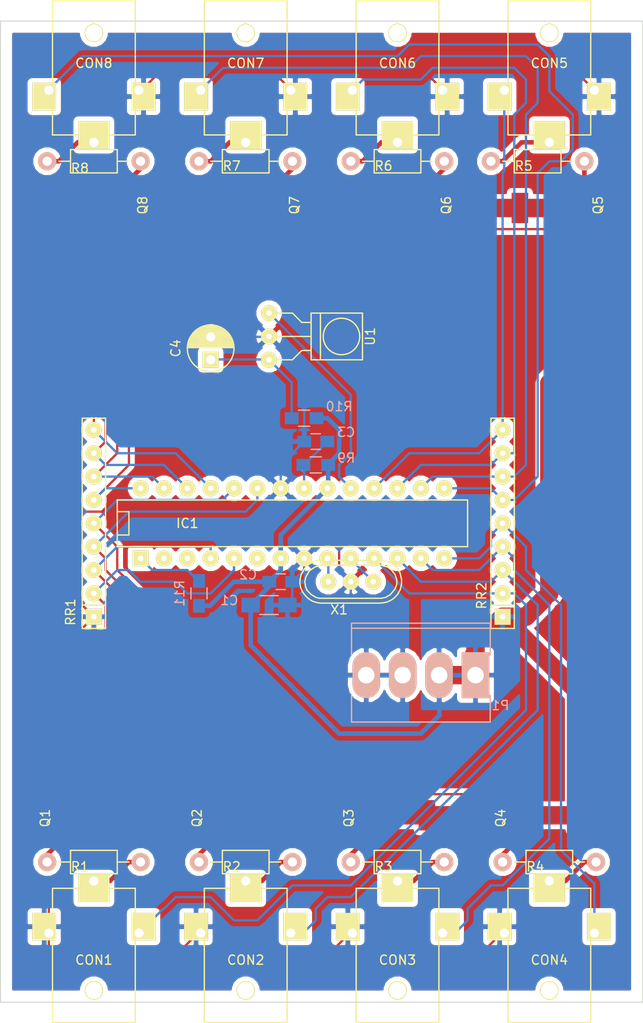
<source format=kicad_pcb>
(kicad_pcb (version 4) (host pcbnew 4.0.7-e2-6376~58~ubuntu14.04.1)
  (layers (0 F.Cu signal) (31 B.Cu signal) (34 B.Paste user) (35 F.Paste user) (36 B.SilkS user) (37 F.SilkS user) (38 B.Mask user) (39 F.Mask user) (44 Edge.Cuts user))
  (net 0 "")
  (net 1 +5V)
  (net 2 GND)
  (net 3 "Net-(C3-Pad1)")
  (net 4 "Net-(C4-Pad1)")
  (net 5 "Net-(CON1-Pad1)")
  (net 6 /In1)
  (net 7 "Net-(CON2-Pad1)")
  (net 8 /In2)
  (net 9 "Net-(CON3-Pad1)")
  (net 10 /In3)
  (net 11 "Net-(CON4-Pad1)")
  (net 12 /In4)
  (net 13 "Net-(CON5-Pad1)")
  (net 14 /In5)
  (net 15 "Net-(CON6-Pad1)")
  (net 16 /In6)
  (net 17 "Net-(CON7-Pad1)")
  (net 18 /In7)
  (net 19 "Net-(CON8-Pad1)")
  (net 20 /In8)
  (net 21 /Out1)
  (net 22 /Out2)
  (net 23 /Out3)
  (net 24 /Out4)
  (net 25 "Net-(IC1-Pad6)")
  (net 26 "Net-(IC1-Pad9)")
  (net 27 "Net-(IC1-Pad10)")
  (net 28 /Out5)
  (net 29 /Out6)
  (net 30 /Out7)
  (net 31 /Out8)
  (net 32 "Net-(IC1-Pad19)")
  (net 33 "Net-(IC1-Pad2)")
  (net 34 "Net-(IC1-Pad3)")
  (net 35 "Net-(Q1-PadE)")
  (net 36 "Net-(Q2-PadE)")
  (net 37 "Net-(Q3-PadE)")
  (net 38 "Net-(Q4-PadE)")
  (net 39 "Net-(Q5-PadE)")
  (net 40 "Net-(Q6-PadE)")
  (net 41 "Net-(Q7-PadE)")
  (net 42 "Net-(Q8-PadE)")
  (net 43 "Net-(IC1-Pad1)")
  (module Capacitors_SMD:C_1206_HandSoldering (layer B.Cu) (at 92.71 104.14)
    (fp_text reference C1 (at -4.318 -0.508) (layer B.SilkS) (effects (justify mirror)))
    (fp_text value 100U)
    (pad 1 smd rect (at -2 0) (size 2 1.6) (layers B.Cu B.Paste B.Mask) (net 1 +5V))
    (pad 2 smd rect (at 2 0) (size 2 1.6) (layers B.Cu B.Paste B.Mask) (net 2 GND))
  )
  (module Capacitors_SMD:C_0805_HandSoldering (layer B.Cu) (at 93.98 101.6)
    (fp_text reference C2 (at -3.556 -0.762) (layer B.SilkS) (effects (justify mirror)))
    (fp_text value 10U)
    (pad 1 smd rect (at -1.25 0) (size 1.5 1.25) (layers B.Cu B.Paste B.Mask) (net 1 +5V))
    (pad 2 smd rect (at 1.25 0) (size 1.5 1.25) (layers B.Cu B.Paste B.Mask) (net 2 GND))
  )
  (module Capacitors_SMD:C_0805_HandSoldering (layer B.Cu) (at 97.79 86.36 180)
    (fp_text reference C3 (at -3.302 1.016 180) (layer B.SilkS) (effects (justify mirror)))
    (fp_text value 100n)
    (pad 1 smd rect (at -1.25 0 180) (size 1.5 1.25) (layers B.Cu B.Paste B.Mask) (net 3 "Net-(C3-Pad1)"))
    (pad 2 smd rect (at 1.25 0 180) (size 1.5 1.25) (layers B.Cu B.Paste B.Mask) (net 2 GND))
  )
  (module Resistors_SMD:R_0805_HandSoldering (layer B.Cu) (at 97.79 88.9)
    (fp_text reference R9 (at 3.302 -0.762) (layer B.SilkS) (effects (justify mirror)))
    (fp_text value 0)
    (pad 1 smd rect (at -1.35 0) (size 1.5 1.3) (layers B.Cu B.Paste B.Mask) (net 3 "Net-(C3-Pad1)"))
    (pad 2 smd rect (at 1.35 0) (size 1.5 1.3) (layers B.Cu B.Paste B.Mask) (net 1 +5V))
  )
  (module Resistors_SMD:R_0805_HandSoldering (layer B.Cu) (at 96.52 83.82 180)
    (fp_text reference R10 (at -3.81 1.27 180) (layer B.SilkS) (effects (justify mirror)))
    (fp_text value 100)
    (pad 1 smd rect (at -1.35 0 180) (size 1.5 1.3) (layers B.Cu B.Paste B.Mask) (net 1 +5V))
    (pad 2 smd rect (at 1.35 0 180) (size 1.5 1.3) (layers B.Cu B.Paste B.Mask) (net 4 "Net-(C4-Pad1)"))
  )
  (module smd_parts:Resistor_Array_SIP8 (layer F.Cu) (at 73.66 95.25 90)
    (fp_text reference RR1 (at -9.652 -2.54 90) (layer F.SilkS))
    (fp_text value PD_RR8_10k)
    (pad 1 thru_hole rect (at -10.16 0 90) (size 1.75 1.75) (drill 0.6) (layers *.Cu *.Mask F.SilkS) (net 2 GND))
    (pad 2 thru_hole circle (at -7.62 0 90) (size 1.75 1.75) (drill 0.6) (layers *.Cu *.Mask F.SilkS) (net 21 /Out1))
    (pad 3 thru_hole circle (at -5.08 0 90) (size 1.75 1.75) (drill 0.6) (layers *.Cu *.Mask F.SilkS) (net 22 /Out2))
    (pad 4 thru_hole circle (at -2.54 0 90) (size 1.75 1.75) (drill 0.6) (layers *.Cu *.Mask F.SilkS) (net 23 /Out3))
    (pad 5 thru_hole circle (at 0 0 90) (size 1.75 1.75) (drill 0.6) (layers *.Cu *.Mask F.SilkS) (net 24 /Out4))
    (pad 6 thru_hole circle (at 2.54 0 90) (size 1.75 1.75) (drill 0.6) (layers *.Cu *.Mask F.SilkS) (net 28 /Out5))
    (pad 7 thru_hole circle (at 5.08 0 90) (size 1.75 1.75) (drill 0.6) (layers *.Cu *.Mask F.SilkS) (net 29 /Out6))
    (pad 8 thru_hole circle (at 7.62 0 90) (size 1.75 1.75) (drill 0.6) (layers *.Cu *.Mask F.SilkS) (net 30 /Out7))
    (pad 9 thru_hole circle (at 10.16 0 90) (size 1.75 1.75) (drill 0.6) (layers *.Cu *.Mask F.SilkS) (net 31 /Out8))
  )
  (module smd_parts:Resistor_Array_SIP8 (layer F.Cu) (at 118.11 95.25 90)
    (fp_text reference RR2 (at -7.874 -2.286 90) (layer F.SilkS))
    (fp_text value PU_RR8_10k)
    (pad 1 thru_hole rect (at -10.16 0 90) (size 1.75 1.75) (drill 0.6) (layers *.Cu *.Mask F.SilkS) (net 1 +5V))
    (pad 2 thru_hole circle (at -7.62 0 90) (size 1.75 1.75) (drill 0.6) (layers *.Cu *.Mask F.SilkS) (net 6 /In1))
    (pad 3 thru_hole circle (at -5.08 0 90) (size 1.75 1.75) (drill 0.6) (layers *.Cu *.Mask F.SilkS) (net 8 /In2))
    (pad 4 thru_hole circle (at -2.54 0 90) (size 1.75 1.75) (drill 0.6) (layers *.Cu *.Mask F.SilkS) (net 10 /In3))
    (pad 5 thru_hole circle (at 0 0 90) (size 1.75 1.75) (drill 0.6) (layers *.Cu *.Mask F.SilkS) (net 12 /In4))
    (pad 6 thru_hole circle (at 2.54 0 90) (size 1.75 1.75) (drill 0.6) (layers *.Cu *.Mask F.SilkS) (net 20 /In8))
    (pad 7 thru_hole circle (at 5.08 0 90) (size 1.75 1.75) (drill 0.6) (layers *.Cu *.Mask F.SilkS) (net 18 /In7))
    (pad 8 thru_hole circle (at 7.62 0 90) (size 1.75 1.75) (drill 0.6) (layers *.Cu *.Mask F.SilkS) (net 16 /In6))
    (pad 9 thru_hole circle (at 10.16 0 90) (size 1.75 1.75) (drill 0.6) (layers *.Cu *.Mask F.SilkS) (net 14 /In5))
  )
  (module smd_parts:Crystal_Vertical_3Pin (layer F.Cu) (at 101.6 101.6 180)
    (fp_text reference X1 (at 1.27 -3.048 180) (layer F.SilkS))
    (fp_text value CRYSTAL_WITH_CAPS)
    (pad 1 thru_hole circle (at -2.44094 0 180) (size 1.75 1.75) (drill 0.6) (layers *.Cu *.Mask F.SilkS) (net 27 "Net-(IC1-Pad10)"))
    (pad 3 thru_hole circle (at 2.44094 0 180) (size 1.75 1.75) (drill 0.6) (layers *.Cu *.Mask F.SilkS) (net 26 "Net-(IC1-Pad9)"))
    (pad 2 thru_hole circle (at 0 0 180) (size 1.75 1.75) (drill 0.6) (layers *.Cu *.Mask F.SilkS) (net 2 GND))
  )
  (module smd_parts:DIP-28__300 (layer F.Cu) (at 95.25 95.25)
    (fp_text reference IC1 (at -11.43 0) (layer F.SilkS))
    (fp_text value ATMEGA328P-P)
    (pad 2 thru_hole circle (at -13.97 3.81) (size 1.75 1.75) (drill 0.6) (layers *.Cu *.Mask F.SilkS) (net 33 "Net-(IC1-Pad2)"))
    (pad 3 thru_hole circle (at -11.43 3.81) (size 1.75 1.75) (drill 0.6) (layers *.Cu *.Mask F.SilkS) (net 34 "Net-(IC1-Pad3)"))
    (pad 4 thru_hole circle (at -8.89 3.81) (size 1.75 1.75) (drill 0.6) (layers *.Cu *.Mask F.SilkS) (net 22 /Out2))
    (pad 5 thru_hole circle (at -6.35 3.81) (size 1.75 1.75) (drill 0.6) (layers *.Cu *.Mask F.SilkS) (net 21 /Out1))
    (pad 6 thru_hole circle (at -3.81 3.81) (size 1.75 1.75) (drill 0.6) (layers *.Cu *.Mask F.SilkS) (net 25 "Net-(IC1-Pad6)"))
    (pad 7 thru_hole circle (at -1.27 3.81) (size 1.75 1.75) (drill 0.6) (layers *.Cu *.Mask F.SilkS) (net 1 +5V))
    (pad 8 thru_hole circle (at 1.27 3.81) (size 1.75 1.75) (drill 0.6) (layers *.Cu *.Mask F.SilkS) (net 2 GND))
    (pad 9 thru_hole circle (at 3.81 3.81) (size 1.75 1.75) (drill 0.6) (layers *.Cu *.Mask F.SilkS) (net 26 "Net-(IC1-Pad9)"))
    (pad 10 thru_hole circle (at 6.35 3.81) (size 1.75 1.75) (drill 0.6) (layers *.Cu *.Mask F.SilkS) (net 27 "Net-(IC1-Pad10)"))
    (pad 11 thru_hole circle (at 8.89 3.81) (size 1.75 1.75) (drill 0.6) (layers *.Cu *.Mask F.SilkS) (net 6 /In1))
    (pad 12 thru_hole circle (at 11.43 3.81) (size 1.75 1.75) (drill 0.6) (layers *.Cu *.Mask F.SilkS) (net 8 /In2))
    (pad 13 thru_hole circle (at 13.97 3.81) (size 1.75 1.75) (drill 0.6) (layers *.Cu *.Mask F.SilkS) (net 10 /In3))
    (pad 14 thru_hole circle (at 16.51 3.81) (size 1.75 1.75) (drill 0.6) (layers *.Cu *.Mask F.SilkS) (net 12 /In4))
    (pad 1 thru_hole rect (at -16.51 3.81) (size 1.75 1.75) (drill 0.6) (layers *.Cu *.Mask F.SilkS) (net 43 "Net-(IC1-Pad1)"))
    (pad 15 thru_hole circle (at 16.51 -3.81) (size 1.75 1.75) (drill 0.6) (layers *.Cu *.Mask F.SilkS) (net 20 /In8))
    (pad 16 thru_hole circle (at 13.97 -3.81) (size 1.75 1.75) (drill 0.6) (layers *.Cu *.Mask F.SilkS) (net 18 /In7))
    (pad 17 thru_hole circle (at 11.43 -3.81) (size 1.75 1.75) (drill 0.6) (layers *.Cu *.Mask F.SilkS) (net 16 /In6))
    (pad 18 thru_hole circle (at 8.89 -3.81) (size 1.75 1.75) (drill 0.6) (layers *.Cu *.Mask F.SilkS) (net 14 /In5))
    (pad 19 thru_hole circle (at 6.35 -3.81) (size 1.75 1.75) (drill 0.6) (layers *.Cu *.Mask F.SilkS) (net 32 "Net-(IC1-Pad19)"))
    (pad 20 thru_hole circle (at 3.81 -3.81) (size 1.75 1.75) (drill 0.6) (layers *.Cu *.Mask F.SilkS) (net 1 +5V))
    (pad 21 thru_hole circle (at 1.27 -3.81) (size 1.75 1.75) (drill 0.6) (layers *.Cu *.Mask F.SilkS) (net 3 "Net-(C3-Pad1)"))
    (pad 22 thru_hole circle (at -1.27 -3.81) (size 1.75 1.75) (drill 0.6) (layers *.Cu *.Mask F.SilkS) (net 2 GND))
    (pad 23 thru_hole circle (at -3.81 -3.81) (size 1.75 1.75) (drill 0.6) (layers *.Cu *.Mask F.SilkS) (net 23 /Out3))
    (pad 24 thru_hole circle (at -6.35 -3.81) (size 1.75 1.75) (drill 0.6) (layers *.Cu *.Mask F.SilkS) (net 24 /Out4))
    (pad 25 thru_hole circle (at -8.89 -3.81) (size 1.75 1.75) (drill 0.6) (layers *.Cu *.Mask F.SilkS) (net 31 /Out8))
    (pad 26 thru_hole circle (at -11.43 -3.81) (size 1.75 1.75) (drill 0.6) (layers *.Cu *.Mask F.SilkS) (net 30 /Out7))
    (pad 27 thru_hole circle (at -13.97 -3.81) (size 1.75 1.75) (drill 0.6) (layers *.Cu *.Mask F.SilkS) (net 29 /Out6))
    (pad 28 thru_hole circle (at -16.51 -3.81) (size 1.75 1.75) (drill 0.6) (layers *.Cu *.Mask F.SilkS) (net 28 /Out5))
  )
  (module smd_parts:SOT-223-Transistor (layer F.Cu) (at 73.66 127 270)
    (fp_text reference Q1 (at 0.3 5.3 270) (layer F.SilkS))
    (fp_text value Darl_NPN_ps)
    (pad E smd rect (at 2.3 3.1 270) (size 1 1.6) (layers F.Cu F.Paste F.Mask) (net 35 "Net-(Q1-PadE)"))
    (pad C smd rect (at 0 3.1 270) (size 1 1.6) (layers F.Cu F.Paste F.Mask) (net 1 +5V))
    (pad B smd rect (at -2.3 3.1 270) (size 1 1.6) (layers F.Cu F.Paste F.Mask) (net 21 /Out1))
    (pad C smd rect (at 0 -3.2 270) (size 3.3 1.8) (layers F.Cu F.Paste F.Mask) (net 1 +5V))
  )
  (module smd_parts:SOT-223-Transistor (layer F.Cu) (at 90.17 127 270)
    (fp_text reference Q2 (at 0.3 5.3 270) (layer F.SilkS))
    (fp_text value Darl_NPN_ps)
    (pad E smd rect (at 2.3 3.1 270) (size 1 1.6) (layers F.Cu F.Paste F.Mask) (net 36 "Net-(Q2-PadE)"))
    (pad C smd rect (at 0 3.1 270) (size 1 1.6) (layers F.Cu F.Paste F.Mask) (net 1 +5V))
    (pad B smd rect (at -2.3 3.1 270) (size 1 1.6) (layers F.Cu F.Paste F.Mask) (net 22 /Out2))
    (pad C smd rect (at 0 -3.2 270) (size 3.3 1.8) (layers F.Cu F.Paste F.Mask) (net 1 +5V))
  )
  (module smd_parts:SOT-223-Transistor (layer F.Cu) (at 106.68 127 270)
    (fp_text reference Q3 (at 0.3 5.3 270) (layer F.SilkS))
    (fp_text value Darl_NPN_ps)
    (pad E smd rect (at 2.3 3.1 270) (size 1 1.6) (layers F.Cu F.Paste F.Mask) (net 37 "Net-(Q3-PadE)"))
    (pad C smd rect (at 0 3.1 270) (size 1 1.6) (layers F.Cu F.Paste F.Mask) (net 1 +5V))
    (pad B smd rect (at -2.3 3.1 270) (size 1 1.6) (layers F.Cu F.Paste F.Mask) (net 23 /Out3))
    (pad C smd rect (at 0 -3.2 270) (size 3.3 1.8) (layers F.Cu F.Paste F.Mask) (net 1 +5V))
  )
  (module smd_parts:SOT-223-Transistor (layer F.Cu) (at 123.19 127 270)
    (fp_text reference Q4 (at 0.3 5.3 270) (layer F.SilkS))
    (fp_text value Darl_NPN_ps)
    (pad E smd rect (at 2.3 3.1 270) (size 1 1.6) (layers F.Cu F.Paste F.Mask) (net 38 "Net-(Q4-PadE)"))
    (pad C smd rect (at 0 3.1 270) (size 1 1.6) (layers F.Cu F.Paste F.Mask) (net 1 +5V))
    (pad B smd rect (at -2.3 3.1 270) (size 1 1.6) (layers F.Cu F.Paste F.Mask) (net 24 /Out4))
    (pad C smd rect (at 0 -3.2 270) (size 3.3 1.8) (layers F.Cu F.Paste F.Mask) (net 1 +5V))
  )
  (module smd_parts:SOT-223-Transistor (layer F.Cu) (at 123.19 60.96 90)
    (fp_text reference Q5 (at 0.3 5.3 90) (layer F.SilkS))
    (fp_text value Darl_NPN_ps)
    (pad E smd rect (at 2.3 3.1 90) (size 1 1.6) (layers F.Cu F.Paste F.Mask) (net 39 "Net-(Q5-PadE)"))
    (pad C smd rect (at 0 3.1 90) (size 1 1.6) (layers F.Cu F.Paste F.Mask) (net 1 +5V))
    (pad B smd rect (at -2.3 3.1 90) (size 1 1.6) (layers F.Cu F.Paste F.Mask) (net 28 /Out5))
    (pad C smd rect (at 0 -3.2 90) (size 3.3 1.8) (layers F.Cu F.Paste F.Mask) (net 1 +5V))
  )
  (module smd_parts:SOT-223-Transistor (layer F.Cu) (at 106.68 60.96 90)
    (fp_text reference Q6 (at 0.3 5.3 90) (layer F.SilkS))
    (fp_text value Darl_NPN_ps)
    (pad E smd rect (at 2.3 3.1 90) (size 1 1.6) (layers F.Cu F.Paste F.Mask) (net 40 "Net-(Q6-PadE)"))
    (pad C smd rect (at 0 3.1 90) (size 1 1.6) (layers F.Cu F.Paste F.Mask) (net 1 +5V))
    (pad B smd rect (at -2.3 3.1 90) (size 1 1.6) (layers F.Cu F.Paste F.Mask) (net 29 /Out6))
    (pad C smd rect (at 0 -3.2 90) (size 3.3 1.8) (layers F.Cu F.Paste F.Mask) (net 1 +5V))
  )
  (module smd_parts:SOT-223-Transistor (layer F.Cu) (at 90.17 60.96 90)
    (fp_text reference Q7 (at 0.3 5.3 90) (layer F.SilkS))
    (fp_text value Darl_NPN_ps)
    (pad E smd rect (at 2.3 3.1 90) (size 1 1.6) (layers F.Cu F.Paste F.Mask) (net 41 "Net-(Q7-PadE)"))
    (pad C smd rect (at 0 3.1 90) (size 1 1.6) (layers F.Cu F.Paste F.Mask) (net 1 +5V))
    (pad B smd rect (at -2.3 3.1 90) (size 1 1.6) (layers F.Cu F.Paste F.Mask) (net 30 /Out7))
    (pad C smd rect (at 0 -3.2 90) (size 3.3 1.8) (layers F.Cu F.Paste F.Mask) (net 1 +5V))
  )
  (module smd_parts:SOT-223-Transistor (layer F.Cu) (at 73.66 60.96 90)
    (fp_text reference Q8 (at 0.3 5.3 90) (layer F.SilkS))
    (fp_text value Darl_NPN_ps)
    (pad E smd rect (at 2.3 3.1 90) (size 1 1.6) (layers F.Cu F.Paste F.Mask) (net 42 "Net-(Q8-PadE)"))
    (pad C smd rect (at 0 3.1 90) (size 1 1.6) (layers F.Cu F.Paste F.Mask) (net 1 +5V))
    (pad B smd rect (at -2.3 3.1 90) (size 1 1.6) (layers F.Cu F.Paste F.Mask) (net 31 /Out8))
    (pad C smd rect (at 0 -3.2 90) (size 3.3 1.8) (layers F.Cu F.Paste F.Mask) (net 1 +5V))
  )
  (module Resistors_SMD:R_0805_HandSoldering (layer B.Cu) (at 85.09 102.87 270)
    (fp_text reference R11 (at 0 2.1 270) (layer B.SilkS) (effects (justify mirror)))
    (fp_text value 10k)
    (pad 1 smd rect (at -1.35 0 270) (size 1.5 1.3) (layers B.Cu B.Paste B.Mask) (net 43 "Net-(IC1-Pad1)"))
    (pad 2 smd rect (at 1.35 0 270) (size 1.5 1.3) (layers B.Cu B.Paste B.Mask) (net 1 +5V))
  )
  (module smd_parts:C_Radial_D5_L11_P2.5_bigpad (layer F.Cu) (at 86.36 77.47 90)
    (fp_text reference C4 (at 1.25 -3.8 90) (layer F.SilkS))
    (fp_text value 1u)
    (pad 1 thru_hole rect (at 0 0 90) (size 1.75 1.75) (drill 1) (layers *.Cu *.Mask F.SilkS) (net 4 "Net-(C4-Pad1)"))
    (pad 2 thru_hole circle (at 2.5 0 90) (size 1.75 1.75) (drill 1) (layers *.Cu *.Mask F.SilkS) (net 2 GND))
  )
  (module wafer:Socket_VH-RM3-96mm_Lock_4pin_straight (layer B.Cu) (at 109.22 111.76 180)
    (fp_text reference P1 (at -8.636 -3.302 180) (layer B.SilkS) (effects (justify mirror)))
    (fp_text value CONN_4)
    (pad 2 thru_hole oval (at -1.98 0 180) (size 2.99974 5.00126) (drill 1.80086) (layers *.Cu *.Mask B.SilkS) (net 1 +5V))
    (pad 3 thru_hole oval (at 1.98 0 180) (size 2.99974 5.00126) (drill 1.80086) (layers *.Cu *.Mask B.SilkS) (net 2 GND))
    (pad 1 thru_hole rect (at -5.94 0 180) (size 2.99974 5.00126) (drill 1.80086) (layers *.Cu *.Mask B.SilkS) (net 1 +5V))
    (pad 4 thru_hole oval (at 5.94 0 180) (size 2.99974 5.00126) (drill 1.80086) (layers *.Cu *.Mask B.SilkS) (net 2 GND))
  )
  (module smd_parts:TSOPxx (layer F.Cu) (at 92.71 74.93 270)
    (fp_text reference U1 (at 0 -11 450) (layer F.SilkS))
    (fp_text value IR_RECEIVER)
    (pad 2 thru_hole circle (at 0 0 180) (size 1.75 1.75) (drill 0.6) (layers *.Cu *.Mask F.SilkS) (net 2 GND))
    (pad 1 thru_hole circle (at -2.54 0 180) (size 1.75 1.75) (drill 0.6) (layers *.Cu *.Mask F.SilkS) (net 32 "Net-(IC1-Pad19)"))
    (pad 3 thru_hole circle (at 2.54 0 180) (size 1.75 1.75) (drill 0.6) (layers *.Cu *.Mask F.SilkS) (net 4 "Net-(C4-Pad1)"))
  )
  (module Resistors_ThroughHole:Resistor_Horizontal_RM10mm (layer F.Cu) (at 73.66 132.08)
    (fp_text reference R1 (at -1.524 0.508) (layer F.SilkS))
    (fp_text value 0.27)
    (pad 1 thru_hole circle (at -5.08 0) (size 1.99898 1.99898) (drill 1.00076) (layers *.Cu *.SilkS *.Mask) (net 35 "Net-(Q1-PadE)"))
    (pad 2 thru_hole circle (at 5.08 0) (size 1.99898 1.99898) (drill 1.00076) (layers *.Cu *.SilkS *.Mask) (net 5 "Net-(CON1-Pad1)"))
  )
  (module Resistors_ThroughHole:Resistor_Horizontal_RM10mm (layer F.Cu) (at 121.92 55.88 180)
    (fp_text reference R5 (at 1.524 -0.508 180) (layer F.SilkS))
    (fp_text value 0.27)
    (pad 1 thru_hole circle (at -5.08 0 180) (size 1.99898 1.99898) (drill 1.00076) (layers *.Cu *.SilkS *.Mask) (net 39 "Net-(Q5-PadE)"))
    (pad 2 thru_hole circle (at 5.08 0 180) (size 1.99898 1.99898) (drill 1.00076) (layers *.Cu *.SilkS *.Mask) (net 13 "Net-(CON5-Pad1)"))
  )
  (module Resistors_ThroughHole:Resistor_Horizontal_RM10mm (layer F.Cu) (at 90.17 132.08)
    (fp_text reference R2 (at -1.524 0.508) (layer F.SilkS))
    (fp_text value 0.27)
    (pad 1 thru_hole circle (at -5.08 0) (size 1.99898 1.99898) (drill 1.00076) (layers *.Cu *.SilkS *.Mask) (net 36 "Net-(Q2-PadE)"))
    (pad 2 thru_hole circle (at 5.08 0) (size 1.99898 1.99898) (drill 1.00076) (layers *.Cu *.SilkS *.Mask) (net 7 "Net-(CON2-Pad1)"))
  )
  (module Resistors_ThroughHole:Resistor_Horizontal_RM10mm (layer F.Cu) (at 106.68 132.08)
    (fp_text reference R3 (at -1.524 0.508) (layer F.SilkS))
    (fp_text value 0.27)
    (pad 1 thru_hole circle (at -5.08 0) (size 1.99898 1.99898) (drill 1.00076) (layers *.Cu *.SilkS *.Mask) (net 37 "Net-(Q3-PadE)"))
    (pad 2 thru_hole circle (at 5.08 0) (size 1.99898 1.99898) (drill 1.00076) (layers *.Cu *.SilkS *.Mask) (net 9 "Net-(CON3-Pad1)"))
  )
  (module Resistors_ThroughHole:Resistor_Horizontal_RM10mm (layer F.Cu) (at 123.19 132.08)
    (fp_text reference R4 (at -1.524 0.508) (layer F.SilkS))
    (fp_text value 0.27)
    (pad 1 thru_hole circle (at -5.08 0) (size 1.99898 1.99898) (drill 1.00076) (layers *.Cu *.SilkS *.Mask) (net 38 "Net-(Q4-PadE)"))
    (pad 2 thru_hole circle (at 5.08 0) (size 1.99898 1.99898) (drill 1.00076) (layers *.Cu *.SilkS *.Mask) (net 11 "Net-(CON4-Pad1)"))
  )
  (module Resistors_ThroughHole:Resistor_Horizontal_RM10mm (layer F.Cu) (at 106.68 55.88 180)
    (fp_text reference R6 (at 1.524 -0.508 180) (layer F.SilkS))
    (fp_text value 0.27)
    (pad 1 thru_hole circle (at -5.08 0 180) (size 1.99898 1.99898) (drill 1.00076) (layers *.Cu *.SilkS *.Mask) (net 40 "Net-(Q6-PadE)"))
    (pad 2 thru_hole circle (at 5.08 0 180) (size 1.99898 1.99898) (drill 1.00076) (layers *.Cu *.SilkS *.Mask) (net 15 "Net-(CON6-Pad1)"))
  )
  (module Resistors_ThroughHole:Resistor_Horizontal_RM10mm (layer F.Cu) (at 90.17 55.88 180)
    (fp_text reference R7 (at 1.524 -0.508 180) (layer F.SilkS))
    (fp_text value 0.27)
    (pad 1 thru_hole circle (at -5.08 0 180) (size 1.99898 1.99898) (drill 1.00076) (layers *.Cu *.SilkS *.Mask) (net 41 "Net-(Q7-PadE)"))
    (pad 2 thru_hole circle (at 5.08 0 180) (size 1.99898 1.99898) (drill 1.00076) (layers *.Cu *.SilkS *.Mask) (net 17 "Net-(CON7-Pad1)"))
  )
  (module Resistors_ThroughHole:Resistor_Horizontal_RM10mm (layer F.Cu) (at 73.66 55.88 180)
    (fp_text reference R8 (at 1.524 -0.762 180) (layer F.SilkS))
    (fp_text value 0.27)
    (pad 1 thru_hole circle (at -5.08 0 180) (size 1.99898 1.99898) (drill 1.00076) (layers *.Cu *.SilkS *.Mask) (net 42 "Net-(Q8-PadE)"))
    (pad 2 thru_hole circle (at 5.08 0 180) (size 1.99898 1.99898) (drill 1.00076) (layers *.Cu *.SilkS *.Mask) (net 19 "Net-(CON8-Pad1)"))
  )
  (module smd_parts:KLDX-SMT (layer F.Cu) (at 73.66 142.24)
    (fp_text reference CON1 (at 0 0.5) (layer F.SilkS))
    (fp_text value BARREL_JACK)
    (pad 1 thru_hole rect (at 0 -8.1) (size 3.4 3) (drill 1 (offset 0 0.8)) (layers *.Cu *.Mask F.SilkS) (net 5 "Net-(CON1-Pad1)"))
    (pad 2 thru_hole rect (at -4.9 -2.43) (size 2.6 3) (drill 1 (offset -0.5 -0.7)) (layers *.Cu *.Mask F.SilkS) (net 2 GND))
    (pad 3 thru_hole rect (at 4.9 -2.43) (size 2.6 3) (drill 1 (offset 0.5 -0.7)) (layers *.Cu *.Mask F.SilkS) (net 6 /In1))
    (pad 4 thru_hole circle (at 0 3.8) (size 2 2) (drill 1.75) (layers *.Cu *.Mask F.SilkS))
  )
  (module smd_parts:KLDX-SMT (layer F.Cu) (at 90.17 142.24)
    (fp_text reference CON2 (at 0 0.5) (layer F.SilkS))
    (fp_text value BARREL_JACK)
    (pad 1 thru_hole rect (at 0 -8.1) (size 3.4 3) (drill 1 (offset 0 0.8)) (layers *.Cu *.Mask F.SilkS) (net 7 "Net-(CON2-Pad1)"))
    (pad 2 thru_hole rect (at -4.9 -2.43) (size 2.6 3) (drill 1 (offset -0.5 -0.7)) (layers *.Cu *.Mask F.SilkS) (net 2 GND))
    (pad 3 thru_hole rect (at 4.9 -2.43) (size 2.6 3) (drill 1 (offset 0.5 -0.7)) (layers *.Cu *.Mask F.SilkS) (net 8 /In2))
    (pad 4 thru_hole circle (at 0 3.8) (size 2 2) (drill 1.75) (layers *.Cu *.Mask F.SilkS))
  )
  (module smd_parts:KLDX-SMT (layer F.Cu) (at 106.68 142.24)
    (fp_text reference CON3 (at 0 0.5) (layer F.SilkS))
    (fp_text value BARREL_JACK)
    (pad 1 thru_hole rect (at 0 -8.1) (size 3.4 3) (drill 1 (offset 0 0.8)) (layers *.Cu *.Mask F.SilkS) (net 9 "Net-(CON3-Pad1)"))
    (pad 2 thru_hole rect (at -4.9 -2.43) (size 2.6 3) (drill 1 (offset -0.5 -0.7)) (layers *.Cu *.Mask F.SilkS) (net 2 GND))
    (pad 3 thru_hole rect (at 4.9 -2.43) (size 2.6 3) (drill 1 (offset 0.5 -0.7)) (layers *.Cu *.Mask F.SilkS) (net 10 /In3))
    (pad 4 thru_hole circle (at 0 3.8) (size 2 2) (drill 1.75) (layers *.Cu *.Mask F.SilkS))
  )
  (module smd_parts:KLDX-SMT (layer F.Cu) (at 123.19 142.24)
    (fp_text reference CON4 (at 0 0.5) (layer F.SilkS))
    (fp_text value BARREL_JACK)
    (pad 1 thru_hole rect (at 0 -8.1) (size 3.4 3) (drill 1 (offset 0 0.8)) (layers *.Cu *.Mask F.SilkS) (net 11 "Net-(CON4-Pad1)"))
    (pad 2 thru_hole rect (at -4.9 -2.43) (size 2.6 3) (drill 1 (offset -0.5 -0.7)) (layers *.Cu *.Mask F.SilkS) (net 2 GND))
    (pad 3 thru_hole rect (at 4.9 -2.43) (size 2.6 3) (drill 1 (offset 0.5 -0.7)) (layers *.Cu *.Mask F.SilkS) (net 12 /In4))
    (pad 4 thru_hole circle (at 0 3.8) (size 2 2) (drill 1.75) (layers *.Cu *.Mask F.SilkS))
  )
  (module smd_parts:KLDX-SMT (layer F.Cu) (at 123.19 45.72 180)
    (fp_text reference CON5 (at 0 0.5 180) (layer F.SilkS))
    (fp_text value BARREL_JACK)
    (pad 1 thru_hole rect (at 0 -8.1 180) (size 3.4 3) (drill 1 (offset 0 0.8)) (layers *.Cu *.Mask F.SilkS) (net 13 "Net-(CON5-Pad1)"))
    (pad 2 thru_hole rect (at -4.9 -2.43 180) (size 2.6 3) (drill 1 (offset -0.5 -0.7)) (layers *.Cu *.Mask F.SilkS) (net 2 GND))
    (pad 3 thru_hole rect (at 4.9 -2.43 180) (size 2.6 3) (drill 1 (offset 0.5 -0.7)) (layers *.Cu *.Mask F.SilkS) (net 14 /In5))
    (pad 4 thru_hole circle (at 0 3.8 180) (size 2 2) (drill 1.75) (layers *.Cu *.Mask F.SilkS))
  )
  (module smd_parts:KLDX-SMT (layer F.Cu) (at 106.68 45.72 180)
    (fp_text reference CON6 (at 0 0.5 180) (layer F.SilkS))
    (fp_text value BARREL_JACK)
    (pad 1 thru_hole rect (at 0 -8.1 180) (size 3.4 3) (drill 1 (offset 0 0.8)) (layers *.Cu *.Mask F.SilkS) (net 15 "Net-(CON6-Pad1)"))
    (pad 2 thru_hole rect (at -4.9 -2.43 180) (size 2.6 3) (drill 1 (offset -0.5 -0.7)) (layers *.Cu *.Mask F.SilkS) (net 2 GND))
    (pad 3 thru_hole rect (at 4.9 -2.43 180) (size 2.6 3) (drill 1 (offset 0.5 -0.7)) (layers *.Cu *.Mask F.SilkS) (net 16 /In6))
    (pad 4 thru_hole circle (at 0 3.8 180) (size 2 2) (drill 1.75) (layers *.Cu *.Mask F.SilkS))
  )
  (module smd_parts:KLDX-SMT (layer F.Cu) (at 90.17 45.72 180)
    (fp_text reference CON7 (at 0 0.5 180) (layer F.SilkS))
    (fp_text value BARREL_JACK)
    (pad 1 thru_hole rect (at 0 -8.1 180) (size 3.4 3) (drill 1 (offset 0 0.8)) (layers *.Cu *.Mask F.SilkS) (net 17 "Net-(CON7-Pad1)"))
    (pad 2 thru_hole rect (at -4.9 -2.43 180) (size 2.6 3) (drill 1 (offset -0.5 -0.7)) (layers *.Cu *.Mask F.SilkS) (net 2 GND))
    (pad 3 thru_hole rect (at 4.9 -2.43 180) (size 2.6 3) (drill 1 (offset 0.5 -0.7)) (layers *.Cu *.Mask F.SilkS) (net 18 /In7))
    (pad 4 thru_hole circle (at 0 3.8 180) (size 2 2) (drill 1.75) (layers *.Cu *.Mask F.SilkS))
  )
  (module smd_parts:KLDX-SMT (layer F.Cu) (at 73.66 45.72 180)
    (fp_text reference CON8 (at 0 0.5 180) (layer F.SilkS))
    (fp_text value BARREL_JACK)
    (pad 1 thru_hole rect (at 0 -8.1 180) (size 3.4 3) (drill 1 (offset 0 0.8)) (layers *.Cu *.Mask F.SilkS) (net 19 "Net-(CON8-Pad1)"))
    (pad 2 thru_hole rect (at -4.9 -2.43 180) (size 2.6 3) (drill 1 (offset -0.5 -0.7)) (layers *.Cu *.Mask F.SilkS) (net 2 GND))
    (pad 3 thru_hole rect (at 4.9 -2.43 180) (size 2.6 3) (drill 1 (offset 0.5 -0.7)) (layers *.Cu *.Mask F.SilkS) (net 20 /In8))
    (pad 4 thru_hole circle (at 0 3.8 180) (size 2 2) (drill 1.75) (layers *.Cu *.Mask F.SilkS))
  )
  (gr_line (start 63.5 40.64) (end 63.5 147.32) (angle 90) (layer Edge.Cuts) (width 0.1))
  (gr_line (start 133.35 40.64) (end 63.5 40.64) (angle 90) (layer Edge.Cuts) (width 0.1))
  (gr_line (start 133.35 147.32) (end 133.35 40.64) (angle 90) (layer Edge.Cuts) (width 0.1))
  (gr_line (start 63.5 147.32) (end 133.35 147.32) (angle 90) (layer Edge.Cuts) (width 0.1))
  (segment (start 99.14 88.9) (end 99.06 88.9) (width 0.25) (layer F.Cu) (net 0))
  (segment (start 96.52 88.9) (end 96.44 88.9) (width 0.25) (layer F.Cu) (net 0))
  (segment (start 96.44 88.9) (end 96.44 88.98) (width 0.25) (layer F.Cu) (net 0))
  (segment (start 115.16 111.76) (end 111.2 111.76) (width 2) (layer F.Cu) (net 1))
  (segment (start 115.16 111.76) (end 115.16 108.36) (width 2) (layer F.Cu) (net 1))
  (segment (start 115.16 108.36) (end 118.11 105.41) (width 2) (layer F.Cu) (net 1))
  (segment (start 111.233999 116.115358) (end 111.233999 111.793999) (width 0.5) (layer B.Cu) (net 1))
  (segment (start 111.233999 111.793999) (end 111.2 111.76) (width 2) (layer B.Cu) (net 1))
  (segment (start 119.99 60.96) (end 126.29 60.96) (width 2) (layer F.Cu) (net 1))
  (segment (start 129.54 66.04) (end 129.54 62.23) (width 2) (layer F.Cu) (net 1))
  (segment (start 128.27 60.96) (end 119.99 60.96) (width 2) (layer F.Cu) (net 1))
  (segment (start 129.54 62.23) (end 128.27 60.96) (width 2) (layer F.Cu) (net 1))
  (segment (start 119.99 60.96) (end 109.78 60.96) (width 2) (layer F.Cu) (net 1))
  (segment (start 109.78 60.96) (end 103.48 60.96) (width 2) (layer F.Cu) (net 1))
  (segment (start 103.48 60.96) (end 93.27 60.96) (width 2) (layer F.Cu) (net 1))
  (segment (start 93.27 60.96) (end 86.97 60.96) (width 2) (layer F.Cu) (net 1))
  (segment (start 86.97 60.96) (end 76.76 60.96) (width 2) (layer F.Cu) (net 1))
  (segment (start 76.76 60.96) (end 70.46 60.96) (width 2) (layer F.Cu) (net 1))
  (segment (start 118.11 105.41) (end 120.65 105.41) (width 2) (layer F.Cu) (net 1))
  (segment (start 129.54 73.66) (end 123.19 80.01) (width 2) (layer F.Cu) (net 1))
  (segment (start 129.54 66.04) (end 129.54 73.66) (width 2) (layer F.Cu) (net 1))
  (segment (start 120.65 105.41) (end 122.555 103.505) (width 2) (layer F.Cu) (net 1))
  (segment (start 122.555 103.505) (end 123.19 102.87) (width 0.5) (layer F.Cu) (net 1))
  (segment (start 123.19 102.87) (end 123.19 80.01) (width 2) (layer F.Cu) (net 1))
  (segment (start 118.11 105.41) (end 114.3 109.22) (width 0.5) (layer F.Cu) (net 1))
  (segment (start 114.3 109.22) (end 114.3 112.62) (width 0.5) (layer F.Cu) (net 1))
  (segment (start 114.3 112.62) (end 113.89 113.03) (width 0.5) (layer F.Cu) (net 1))
  (segment (start 99.14 88.9) (end 99.14 91.36) (width 0.5) (layer B.Cu) (net 1))
  (segment (start 99.14 91.36) (end 99.06 91.44) (width 0.5) (layer B.Cu) (net 1))
  (segment (start 99.14 91.36) (end 99.06 91.44) (width 0.5) (layer B.Cu) (net 1))
  (segment (start 99.14 88.9) (end 99.14 88.82) (width 0.5) (layer B.Cu) (net 1))
  (segment (start 99.14 88.82) (end 100.33 87.63) (width 0.5) (layer B.Cu) (net 1))
  (segment (start 99.06 83.82) (end 97.87 83.82) (width 0.5) (layer B.Cu) (net 1))
  (segment (start 100.33 85.09) (end 99.06 83.82) (width 0.5) (layer B.Cu) (net 1))
  (segment (start 100.33 87.63) (end 100.33 85.09) (width 0.5) (layer B.Cu) (net 1))
  (segment (start 92.73 101.6) (end 88.9 101.6) (width 0.5) (layer B.Cu) (net 1))
  (segment (start 86.28 104.22) (end 85.09 104.22) (width 0.5) (layer B.Cu) (net 1))
  (segment (start 88.9 101.6) (end 86.28 104.22) (width 0.5) (layer B.Cu) (net 1))
  (segment (start 85.17 104.14) (end 85.09 104.22) (width 0.5) (layer B.Cu) (net 1))
  (segment (start 85.17 104.14) (end 85.09 104.22) (width 0.5) (layer B.Cu) (net 1))
  (segment (start 93.98 99.06) (end 93.98 96.52) (width 0.5) (layer B.Cu) (net 1))
  (segment (start 93.98 96.52) (end 99.06 91.44) (width 0.5) (layer B.Cu) (net 1))
  (segment (start 126.39 127) (end 126.39 113.69) (width 2) (layer F.Cu) (net 1))
  (segment (start 126.39 113.69) (end 118.11 105.41) (width 2) (layer F.Cu) (net 1))
  (segment (start 87.07 127) (end 76.86 127) (width 2) (layer F.Cu) (net 1))
  (segment (start 103.58 127) (end 93.37 127) (width 2) (layer F.Cu) (net 1))
  (segment (start 120.09 127) (end 109.88 127) (width 2) (layer F.Cu) (net 1))
  (segment (start 87.07 127) (end 86.36 127) (width 2) (layer F.Cu) (net 1))
  (segment (start 109.88 127) (end 103.58 127) (width 2) (layer F.Cu) (net 1))
  (segment (start 103.58 127) (end 102.87 127) (width 2) (layer F.Cu) (net 1))
  (segment (start 111.233999 116.115358) (end 109.22 118.11) (width 0.5) (layer B.Cu) (net 1))
  (segment (start 100.33 118.11) (end 90.71 108.49) (width 0.5) (layer B.Cu) (net 1))
  (segment (start 109.22 118.11) (end 100.33 118.11) (width 0.5) (layer B.Cu) (net 1))
  (segment (start 90.71 108.49) (end 90.71 104.14) (width 0.5) (layer B.Cu) (net 1))
  (segment (start 120.09 127) (end 126.39 127) (width 2) (layer F.Cu) (net 1))
  (segment (start 70.56 127) (end 69.85 127) (width 0.25) (layer F.Cu) (net 1))
  (segment (start 93.98 99.06) (end 93.98 100.35) (width 0.5) (layer B.Cu) (net 1))
  (segment (start 93.98 100.35) (end 92.73 101.6) (width 0.5) (layer B.Cu) (net 1))
  (segment (start 92.73 101.6) (end 92.73 102.12) (width 0.25) (layer B.Cu) (net 1))
  (segment (start 92.73 102.12) (end 90.71 104.14) (width 0.5) (layer B.Cu) (net 1))
  (segment (start 93.98 99.06) (end 93.925151 99.022858) (width 0.5) (layer B.Cu) (net 1))
  (segment (start 76.86 127) (end 70.56 127) (width 2) (layer F.Cu) (net 1))
  (segment (start 93.37 127) (end 87.07 127) (width 2) (layer F.Cu) (net 1))
  (segment (start 120.09 127) (end 119.38 127) (width 0.25) (layer F.Cu) (net 1))
  (segment (start 103.28 111.76) (end 103.28 104.55) (width 0.25) (layer B.Cu) (net 2))
  (segment (start 103.28 104.55) (end 101.6 102.87) (width 0.25) (layer B.Cu) (net 2))
  (segment (start 107.24 111.76) (end 103.28 111.76) (width 0.25) (layer B.Cu) (net 2))
  (segment (start 68.76 139.81) (end 68.76 134.8) (width 0.25) (layer F.Cu) (net 2))
  (segment (start 68.58 120.65) (end 69.85 119.38) (width 0.25) (layer F.Cu) (net 2))
  (segment (start 68.58 128.27) (end 68.58 120.65) (width 0.25) (layer F.Cu) (net 2))
  (segment (start 66.04 130.81) (end 68.58 128.27) (width 0.25) (layer F.Cu) (net 2))
  (segment (start 66.04 132.08) (end 66.04 130.81) (width 0.25) (layer F.Cu) (net 2))
  (segment (start 68.76 134.8) (end 66.04 132.08) (width 0.25) (layer F.Cu) (net 2))
  (segment (start 95.07 48.15) (end 95.07 48.08) (width 0.25) (layer F.Cu) (net 2))
  (segment (start 95.07 48.08) (end 92.71 45.72) (width 0.25) (layer F.Cu) (net 2))
  (segment (start 111.58 48.15) (end 111.58 48.08) (width 0.25) (layer F.Cu) (net 2))
  (segment (start 111.58 48.08) (end 109.22 45.72) (width 0.25) (layer F.Cu) (net 2))
  (segment (start 78.56 48.15) (end 78.85 48.15) (width 0.25) (layer F.Cu) (net 2))
  (segment (start 78.85 48.15) (end 81.28 45.72) (width 0.25) (layer F.Cu) (net 2))
  (segment (start 81.28 45.72) (end 92.71 45.72) (width 0.25) (layer F.Cu) (net 2))
  (segment (start 92.71 45.72) (end 109.22 45.72) (width 0.25) (layer F.Cu) (net 2))
  (segment (start 109.22 45.72) (end 125.66 45.72) (width 0.25) (layer F.Cu) (net 2))
  (segment (start 125.66 45.72) (end 128.09 48.15) (width 0.25) (layer F.Cu) (net 2))
  (segment (start 96.52 81.28) (end 96.52 78.74) (width 0.25) (layer B.Cu) (net 2))
  (segment (start 96.52 78.74) (end 92.71 74.93) (width 0.25) (layer B.Cu) (net 2))
  (segment (start 86.36 74.97) (end 92.67 74.97) (width 0.25) (layer B.Cu) (net 2))
  (segment (start 92.67 74.97) (end 92.71 74.93) (width 0.25) (layer B.Cu) (net 2))
  (segment (start 86.4 74.93) (end 86.36 74.97) (width 0.25) (layer B.Cu) (net 2))
  (segment (start 69.85 119.38) (end 69.85 109.22) (width 0.25) (layer F.Cu) (net 2))
  (segment (start 69.85 109.22) (end 73.66 105.41) (width 0.25) (layer F.Cu) (net 2))
  (segment (start 96.54 81.28) (end 96.52 81.28) (width 0.25) (layer B.Cu) (net 2))
  (segment (start 96.52 81.28) (end 96.54 81.28) (width 0.25) (layer B.Cu) (net 2))
  (segment (start 96.54 83.82) (end 96.54 82.55) (width 0.25) (layer B.Cu) (net 2))
  (segment (start 96.54 82.55) (end 96.54 81.28) (width 0.25) (layer B.Cu) (net 2))
  (segment (start 101.6 101.6) (end 100.33 100.33) (width 0.25) (layer F.Cu) (net 2))
  (segment (start 71.12 102.87) (end 71.12 93.98) (width 0.25) (layer F.Cu) (net 2))
  (segment (start 73.66 105.41) (end 71.12 102.87) (width 0.25) (layer F.Cu) (net 2))
  (segment (start 100.33 100.33) (end 100.33 96.52) (width 0.25) (layer F.Cu) (net 2))
  (segment (start 100.33 96.52) (end 99.06 95.25) (width 0.25) (layer F.Cu) (net 2))
  (segment (start 99.06 95.25) (end 76.2 95.25) (width 0.25) (layer F.Cu) (net 2))
  (segment (start 76.2 95.25) (end 74.93 93.98) (width 0.25) (layer F.Cu) (net 2))
  (segment (start 74.93 93.98) (end 71.12 93.98) (width 0.25) (layer F.Cu) (net 2))
  (segment (start 102.00894 102.00894) (end 101.6 101.6) (width 0.25) (layer B.Cu) (net 2))
  (segment (start 96.54 86.36) (end 96.54 83.82) (width 0.25) (layer B.Cu) (net 2))
  (segment (start 93.98 91.44) (end 93.98 88.9) (width 0.25) (layer B.Cu) (net 2))
  (segment (start 93.98 88.9) (end 96.52 86.36) (width 0.25) (layer B.Cu) (net 2))
  (segment (start 85.27 139.81) (end 84.98 139.81) (width 0.25) (layer F.Cu) (net 2))
  (segment (start 84.98 139.81) (end 81.28 143.51) (width 0.25) (layer F.Cu) (net 2))
  (segment (start 101.78 139.81) (end 101.49 139.81) (width 0.25) (layer F.Cu) (net 2))
  (segment (start 101.49 139.81) (end 97.79 143.51) (width 0.25) (layer F.Cu) (net 2))
  (segment (start 118.29 139.81) (end 118 139.81) (width 0.25) (layer F.Cu) (net 2))
  (segment (start 118 139.81) (end 114.3 143.51) (width 0.25) (layer F.Cu) (net 2))
  (segment (start 68.76 139.81) (end 67.42 139.81) (width 0.25) (layer F.Cu) (net 2))
  (segment (start 118.29 139.81) (end 118.29 139.88) (width 0.25) (layer F.Cu) (net 2))
  (segment (start 101.78 139.81) (end 101.78 139.88) (width 0.25) (layer F.Cu) (net 2))
  (segment (start 85.27 139.81) (end 85.27 139.88) (width 0.25) (layer F.Cu) (net 2))
  (segment (start 68.76 139.81) (end 68.76 141.15) (width 0.25) (layer F.Cu) (net 2))
  (segment (start 71.12 143.51) (end 81.28 143.51) (width 0.25) (layer F.Cu) (net 2))
  (segment (start 81.28 143.51) (end 97.79 143.51) (width 0.25) (layer F.Cu) (net 2))
  (segment (start 97.79 143.51) (end 114.3 143.51) (width 0.25) (layer F.Cu) (net 2))
  (segment (start 68.76 141.15) (end 71.12 143.51) (width 0.25) (layer F.Cu) (net 2))
  (segment (start 96.52 86.36) (end 96.54 86.36) (width 0.25) (layer B.Cu) (net 2))
  (segment (start 94.71 104.14) (end 93.98 104.14) (width 0.25) (layer B.Cu) (net 2))
  (segment (start 101.6 101.6) (end 101.6 102.87) (width 0.25) (layer B.Cu) (net 2))
  (segment (start 101.6 102.87) (end 100.33 104.14) (width 0.25) (layer B.Cu) (net 2))
  (segment (start 100.33 104.14) (end 94.71 104.14) (width 0.25) (layer B.Cu) (net 2))
  (segment (start 95.23 101.6) (end 95.23 103.62) (width 0.25) (layer B.Cu) (net 2))
  (segment (start 95.23 103.62) (end 94.71 104.14) (width 0.25) (layer B.Cu) (net 2))
  (segment (start 96.52 99.06) (end 96.52 100.31) (width 0.25) (layer B.Cu) (net 2))
  (segment (start 96.52 100.31) (end 95.23 101.6) (width 0.25) (layer B.Cu) (net 2))
  (segment (start 68.76 139.81) (end 68.76 139.88) (width 0.25) (layer F.Cu) (net 2))
  (segment (start 96.44 88.9) (end 96.5 88.9) (width 0.25) (layer B.Cu) (net 3))
  (segment (start 96.5 88.9) (end 99.04 86.36) (width 0.25) (layer B.Cu) (net 3))
  (segment (start 96.52 88.98) (end 96.44 88.9) (width 0.25) (layer B.Cu) (net 3))
  (segment (start 96.52 91.44) (end 96.52 88.98) (width 0.25) (layer B.Cu) (net 3))
  (segment (start 95.17 82.55) (end 95.17 79.93) (width 0.25) (layer B.Cu) (net 4))
  (segment (start 95.17 79.93) (end 92.71 77.47) (width 0.25) (layer B.Cu) (net 4))
  (segment (start 95.17 83.82) (end 95.17 82.55) (width 0.25) (layer B.Cu) (net 4))
  (segment (start 93.41 77.43) (end 86.4 77.43) (width 0.25) (layer B.Cu) (net 4))
  (segment (start 86.4 77.43) (end 86.36 77.47) (width 0.25) (layer B.Cu) (net 4))
  (segment (start 95.17 83.82) (end 95.17 83.74) (width 0.25) (layer B.Cu) (net 4))
  (segment (start 78.74 132.08) (end 77.47 132.08) (width 0.5) (layer F.Cu) (net 5))
  (segment (start 75.41 134.14) (end 73.66 134.14) (width 0.5) (layer F.Cu) (net 5))
  (segment (start 77.47 132.08) (end 75.41 134.14) (width 0.5) (layer F.Cu) (net 5))
  (segment (start 77.89936 132.12064) (end 78.18 131.84) (width 0.4) (layer F.Cu) (net 5))
  (segment (start 81.21 137.16) (end 81.28 137.16) (width 0.25) (layer B.Cu) (net 6))
  (segment (start 91.44 138.43) (end 92.71 137.16) (width 0.25) (layer B.Cu) (net 6))
  (segment (start 88.9 138.43) (end 91.44 138.43) (width 0.25) (layer B.Cu) (net 6))
  (segment (start 86.36 135.89) (end 88.9 138.43) (width 0.25) (layer B.Cu) (net 6))
  (segment (start 82.55 135.89) (end 86.36 135.89) (width 0.25) (layer B.Cu) (net 6))
  (segment (start 81.28 137.16) (end 82.55 135.89) (width 0.25) (layer B.Cu) (net 6))
  (segment (start 118.11 102.87) (end 119.38 102.87) (width 0.25) (layer B.Cu) (net 6))
  (segment (start 81.21 137.16) (end 78.56 139.81) (width 0.25) (layer B.Cu) (net 6))
  (segment (start 95.25 134.62) (end 92.71 137.16) (width 0.25) (layer B.Cu) (net 6))
  (segment (start 101.6 134.62) (end 95.25 134.62) (width 0.25) (layer B.Cu) (net 6))
  (segment (start 120.65 115.57) (end 101.6 134.62) (width 0.25) (layer B.Cu) (net 6))
  (segment (start 120.65 104.14) (end 120.65 115.57) (width 0.25) (layer B.Cu) (net 6))
  (segment (start 119.38 102.87) (end 120.65 104.14) (width 0.25) (layer B.Cu) (net 6))
  (segment (start 78.56 139.81) (end 79.9 139.81) (width 0.25) (layer B.Cu) (net 6))
  (segment (start 78.56 139.81) (end 78.56 138.61) (width 0.25) (layer B.Cu) (net 6))
  (segment (start 104.14 99.06) (end 107.95 102.87) (width 0.25) (layer B.Cu) (net 6))
  (segment (start 107.95 102.87) (end 118.11 102.87) (width 0.25) (layer B.Cu) (net 6))
  (segment (start 95.25 132.08) (end 93.98 132.08) (width 0.5) (layer F.Cu) (net 7))
  (segment (start 91.92 134.14) (end 90.17 134.14) (width 0.5) (layer F.Cu) (net 7))
  (segment (start 93.98 132.08) (end 91.92 134.14) (width 0.5) (layer F.Cu) (net 7))
  (segment (start 94.40936 132.12064) (end 94.69 131.84) (width 0.4) (layer F.Cu) (net 7))
  (segment (start 95.07 139.81) (end 96.41 139.81) (width 0.25) (layer B.Cu) (net 8))
  (segment (start 96.41 139.81) (end 97.79 138.43) (width 0.25) (layer B.Cu) (net 8))
  (segment (start 99.06 135.89) (end 100.33 135.89) (width 0.25) (layer B.Cu) (net 8))
  (segment (start 97.79 137.16) (end 99.06 135.89) (width 0.25) (layer B.Cu) (net 8))
  (segment (start 97.79 138.43) (end 97.79 137.16) (width 0.25) (layer B.Cu) (net 8))
  (segment (start 121.92 113.03) (end 121.92 115.57) (width 0.25) (layer B.Cu) (net 8))
  (segment (start 101.6 135.89) (end 100.33 135.89) (width 0.25) (layer B.Cu) (net 8))
  (segment (start 121.92 115.57) (end 101.6 135.89) (width 0.25) (layer B.Cu) (net 8))
  (segment (start 121.92 104.14) (end 118.11 100.33) (width 0.25) (layer B.Cu) (net 8))
  (segment (start 121.92 113.03) (end 121.92 104.14) (width 0.25) (layer B.Cu) (net 8))
  (segment (start 109.22 101.6) (end 116.84 101.6) (width 0.25) (layer B.Cu) (net 8))
  (segment (start 116.84 101.6) (end 118.11 100.33) (width 0.25) (layer B.Cu) (net 8))
  (segment (start 106.68 99.06) (end 109.22 101.6) (width 0.25) (layer B.Cu) (net 8))
  (segment (start 95.14 139.81) (end 95.07 139.81) (width 0.25) (layer B.Cu) (net 8))
  (segment (start 95.07 139.81) (end 95.07 138.61) (width 0.25) (layer B.Cu) (net 8))
  (segment (start 111.76 132.08) (end 110.49 132.08) (width 0.5) (layer F.Cu) (net 9))
  (segment (start 108.43 134.14) (end 106.68 134.14) (width 0.5) (layer F.Cu) (net 9))
  (segment (start 110.49 132.08) (end 108.43 134.14) (width 0.5) (layer F.Cu) (net 9))
  (segment (start 114.3 138.43) (end 114.3 137.16) (width 0.25) (layer B.Cu) (net 10))
  (segment (start 116.84 134.62) (end 118.11 134.62) (width 0.25) (layer B.Cu) (net 10))
  (segment (start 114.3 137.16) (end 116.84 134.62) (width 0.25) (layer B.Cu) (net 10))
  (segment (start 111.58 139.81) (end 112.92 139.81) (width 0.25) (layer B.Cu) (net 10))
  (segment (start 112.92 139.81) (end 114.3 138.43) (width 0.25) (layer B.Cu) (net 10))
  (segment (start 118.11 134.62) (end 120.65 132.08) (width 0.25) (layer B.Cu) (net 10))
  (segment (start 120.65 132.08) (end 123.19 129.54) (width 0.25) (layer B.Cu) (net 10))
  (segment (start 119.38 100.33) (end 119.38 99.06) (width 0.25) (layer B.Cu) (net 10))
  (segment (start 123.19 104.14) (end 119.38 100.33) (width 0.25) (layer B.Cu) (net 10))
  (segment (start 123.19 129.54) (end 123.19 104.14) (width 0.25) (layer B.Cu) (net 10))
  (segment (start 118.11 97.79) (end 119.38 99.06) (width 0.25) (layer B.Cu) (net 10))
  (segment (start 110.49 100.33) (end 115.57 100.33) (width 0.25) (layer B.Cu) (net 10))
  (segment (start 115.57 100.33) (end 118.11 97.79) (width 0.25) (layer B.Cu) (net 10))
  (segment (start 109.22 99.06) (end 110.49 100.33) (width 0.25) (layer B.Cu) (net 10))
  (segment (start 111.58 139.81) (end 111.58 138.61) (width 0.25) (layer B.Cu) (net 10))
  (segment (start 128.27 132.08) (end 127 132.08) (width 0.5) (layer F.Cu) (net 11))
  (segment (start 124.94 134.14) (end 123.19 134.14) (width 0.5) (layer F.Cu) (net 11))
  (segment (start 127 132.08) (end 124.94 134.14) (width 0.5) (layer F.Cu) (net 11))
  (segment (start 128.09 139.81) (end 128.09 134.44) (width 0.25) (layer B.Cu) (net 12))
  (segment (start 120.65 100.33) (end 120.65 97.79) (width 0.25) (layer B.Cu) (net 12))
  (segment (start 124.46 104.14) (end 120.65 100.33) (width 0.25) (layer B.Cu) (net 12))
  (segment (start 124.46 130.81) (end 124.46 104.14) (width 0.25) (layer B.Cu) (net 12))
  (segment (start 128.09 134.44) (end 124.46 130.81) (width 0.25) (layer B.Cu) (net 12))
  (segment (start 111.76 99.06) (end 115.57 99.06) (width 0.25) (layer B.Cu) (net 12))
  (segment (start 116.84 97.79) (end 116.84 96.52) (width 0.25) (layer B.Cu) (net 12))
  (segment (start 115.57 99.06) (end 116.84 97.79) (width 0.25) (layer B.Cu) (net 12))
  (segment (start 118.11 95.25) (end 120.65 97.79) (width 0.25) (layer B.Cu) (net 12))
  (segment (start 116.84 96.52) (end 118.11 95.25) (width 0.25) (layer B.Cu) (net 12))
  (segment (start 128.09 139.81) (end 128.16 139.81) (width 0.25) (layer B.Cu) (net 12))
  (segment (start 116.84 55.88) (end 118.11 55.88) (width 0.5) (layer F.Cu) (net 13))
  (segment (start 120.17 53.82) (end 123.19 53.82) (width 0.5) (layer F.Cu) (net 13))
  (segment (start 118.11 55.88) (end 120.17 53.82) (width 0.5) (layer F.Cu) (net 13))
  (segment (start 122.7481 53.3781) (end 123.19 53.82) (width 0.5) (layer F.Cu) (net 13))
  (segment (start 118.29 48.15) (end 118.29 56.97) (width 0.25) (layer B.Cu) (net 14))
  (segment (start 118.11 57.15) (end 118.11 85.09) (width 0.25) (layer B.Cu) (net 14))
  (segment (start 118.29 56.97) (end 118.11 57.15) (width 0.25) (layer B.Cu) (net 14))
  (segment (start 104.14 91.44) (end 107.95 87.63) (width 0.25) (layer B.Cu) (net 14))
  (segment (start 107.95 87.63) (end 115.57 87.63) (width 0.25) (layer B.Cu) (net 14))
  (segment (start 115.57 87.63) (end 118.11 85.09) (width 0.25) (layer B.Cu) (net 14))
  (segment (start 118.11 48.33) (end 118.29 48.15) (width 0.25) (layer B.Cu) (net 14))
  (segment (start 101.6 55.88) (end 102.87 55.88) (width 0.5) (layer F.Cu) (net 15))
  (segment (start 104.93 53.82) (end 106.68 53.82) (width 0.5) (layer F.Cu) (net 15))
  (segment (start 102.87 55.88) (end 104.93 53.82) (width 0.5) (layer F.Cu) (net 15))
  (segment (start 106.2381 53.3781) (end 106.68 53.82) (width 0.5) (layer F.Cu) (net 15))
  (segment (start 109.22 46.99) (end 110.49 45.72) (width 0.25) (layer B.Cu) (net 16))
  (segment (start 120.65 46.99) (end 120.65 49.53) (width 0.25) (layer B.Cu) (net 16))
  (segment (start 119.38 45.72) (end 120.65 46.99) (width 0.25) (layer B.Cu) (net 16))
  (segment (start 110.49 45.72) (end 119.38 45.72) (width 0.25) (layer B.Cu) (net 16))
  (segment (start 119.38 83.82) (end 119.38 87.63) (width 0.25) (layer B.Cu) (net 16))
  (segment (start 109.22 46.99) (end 102.94 46.99) (width 0.25) (layer B.Cu) (net 16))
  (segment (start 101.78 48.15) (end 102.94 46.99) (width 0.25) (layer B.Cu) (net 16))
  (segment (start 119.38 87.63) (end 118.11 87.63) (width 0.25) (layer B.Cu) (net 16))
  (segment (start 119.38 50.8) (end 120.65 49.53) (width 0.25) (layer B.Cu) (net 16))
  (segment (start 119.38 83.82) (end 119.38 50.8) (width 0.25) (layer B.Cu) (net 16))
  (segment (start 106.68 91.44) (end 109.22 88.9) (width 0.25) (layer B.Cu) (net 16))
  (segment (start 116.84 88.9) (end 118.11 87.63) (width 0.25) (layer B.Cu) (net 16))
  (segment (start 109.22 88.9) (end 116.84 88.9) (width 0.25) (layer B.Cu) (net 16))
  (segment (start 85.09 55.88) (end 86.36 55.88) (width 0.5) (layer F.Cu) (net 17))
  (segment (start 88.42 53.82) (end 90.17 53.82) (width 0.5) (layer F.Cu) (net 17))
  (segment (start 86.36 55.88) (end 88.42 53.82) (width 0.5) (layer F.Cu) (net 17))
  (segment (start 89.7281 53.3781) (end 90.17 53.82) (width 0.5) (layer F.Cu) (net 17))
  (segment (start 107.95 45.72) (end 109.22 44.45) (width 0.25) (layer B.Cu) (net 18))
  (segment (start 121.92 45.72) (end 121.92 48.26) (width 0.25) (layer B.Cu) (net 18))
  (segment (start 120.65 44.45) (end 121.92 45.72) (width 0.25) (layer B.Cu) (net 18))
  (segment (start 109.22 44.45) (end 120.65 44.45) (width 0.25) (layer B.Cu) (net 18))
  (segment (start 120.65 85.09) (end 120.65 88.9) (width 0.25) (layer B.Cu) (net 18))
  (segment (start 120.65 85.09) (end 120.65 50.8) (width 0.25) (layer B.Cu) (net 18))
  (segment (start 120.65 50.8) (end 121.92 49.53) (width 0.25) (layer B.Cu) (net 18))
  (segment (start 121.92 49.53) (end 121.92 48.26) (width 0.25) (layer B.Cu) (net 18))
  (segment (start 119.38 90.17) (end 120.65 88.9) (width 0.25) (layer B.Cu) (net 18))
  (segment (start 119.38 90.17) (end 118.11 90.17) (width 0.25) (layer B.Cu) (net 18))
  (segment (start 107.95 45.72) (end 87.7 45.72) (width 0.25) (layer B.Cu) (net 18))
  (segment (start 85.27 48.15) (end 87.7 45.72) (width 0.25) (layer B.Cu) (net 18))
  (segment (start 109.22 91.44) (end 110.49 90.17) (width 0.25) (layer B.Cu) (net 18))
  (segment (start 110.49 90.17) (end 118.11 90.17) (width 0.25) (layer B.Cu) (net 18))
  (segment (start 68.58 55.88) (end 69.85 55.88) (width 0.5) (layer F.Cu) (net 19))
  (segment (start 71.91 53.82) (end 73.66 53.82) (width 0.5) (layer F.Cu) (net 19))
  (segment (start 69.85 55.88) (end 71.91 53.82) (width 0.5) (layer F.Cu) (net 19))
  (segment (start 73.2181 53.3781) (end 73.66 53.82) (width 0.5) (layer F.Cu) (net 19))
  (segment (start 123.19 44.45) (end 123.19 48.26) (width 0.25) (layer B.Cu) (net 20))
  (segment (start 123.19 48.26) (end 125.73 50.8) (width 0.25) (layer B.Cu) (net 20))
  (segment (start 68.76 48.15) (end 68.76 48.08) (width 0.25) (layer B.Cu) (net 20))
  (segment (start 68.76 48.08) (end 72.39 44.45) (width 0.25) (layer B.Cu) (net 20))
  (segment (start 72.39 44.45) (end 106.68 44.45) (width 0.25) (layer B.Cu) (net 20))
  (segment (start 106.68 44.45) (end 107.95 43.18) (width 0.25) (layer B.Cu) (net 20))
  (segment (start 107.95 43.18) (end 121.92 43.18) (width 0.25) (layer B.Cu) (net 20))
  (segment (start 121.92 43.18) (end 123.19 44.45) (width 0.25) (layer B.Cu) (net 20))
  (segment (start 125.73 50.8) (end 125.73 54.61) (width 0.25) (layer B.Cu) (net 20))
  (segment (start 125.73 54.61) (end 124.46 55.88) (width 0.25) (layer B.Cu) (net 20))
  (segment (start 124.46 55.88) (end 123.19 55.88) (width 0.25) (layer B.Cu) (net 20))
  (segment (start 123.19 55.88) (end 121.92 57.15) (width 0.25) (layer B.Cu) (net 20))
  (segment (start 121.92 57.15) (end 121.92 90.17) (width 0.25) (layer B.Cu) (net 20))
  (segment (start 121.92 90.17) (end 119.38 92.71) (width 0.25) (layer B.Cu) (net 20))
  (segment (start 119.38 92.71) (end 118.11 92.71) (width 0.25) (layer B.Cu) (net 20))
  (segment (start 111.76 91.44) (end 116.84 91.44) (width 0.25) (layer B.Cu) (net 20))
  (segment (start 116.84 91.44) (end 118.11 92.71) (width 0.25) (layer B.Cu) (net 20))
  (segment (start 88.9 99.06) (end 88.9 100.33) (width 0.25) (layer B.Cu) (net 21))
  (segment (start 76.2 100.33) (end 73.66 102.87) (width 0.25) (layer B.Cu) (net 21))
  (segment (start 77.47 100.33) (end 76.2 100.33) (width 0.25) (layer B.Cu) (net 21))
  (segment (start 78.74 101.6) (end 77.47 100.33) (width 0.25) (layer B.Cu) (net 21))
  (segment (start 82.55 101.6) (end 78.74 101.6) (width 0.25) (layer B.Cu) (net 21))
  (segment (start 83.82 102.87) (end 82.55 101.6) (width 0.25) (layer B.Cu) (net 21))
  (segment (start 86.36 102.87) (end 83.82 102.87) (width 0.25) (layer B.Cu) (net 21))
  (segment (start 88.9 100.33) (end 86.36 102.87) (width 0.25) (layer B.Cu) (net 21))
  (segment (start 73.66 102.87) (end 74.93 104.14) (width 0.25) (layer F.Cu) (net 21))
  (segment (start 70.56 112.32) (end 70.56 124.7) (width 0.25) (layer F.Cu) (net 21))
  (segment (start 74.93 107.95) (end 70.56 112.32) (width 0.25) (layer F.Cu) (net 21))
  (segment (start 74.93 104.14) (end 74.93 107.95) (width 0.25) (layer F.Cu) (net 21))
  (segment (start 86.36 97.79) (end 76.2 97.79) (width 0.25) (layer B.Cu) (net 22))
  (segment (start 86.36 99.06) (end 86.36 97.79) (width 0.25) (layer B.Cu) (net 22))
  (segment (start 76.2 97.79) (end 73.66 100.33) (width 0.25) (layer B.Cu) (net 22))
  (segment (start 73.66 100.33) (end 76.2 102.87) (width 0.25) (layer F.Cu) (net 22))
  (segment (start 73.9 124.7) (end 87.07 124.7) (width 0.25) (layer F.Cu) (net 22))
  (segment (start 71.12 121.92) (end 73.9 124.7) (width 0.25) (layer F.Cu) (net 22))
  (segment (start 71.12 113.03) (end 71.12 121.92) (width 0.25) (layer F.Cu) (net 22))
  (segment (start 76.2 107.95) (end 71.12 113.03) (width 0.25) (layer F.Cu) (net 22))
  (segment (start 76.2 102.87) (end 76.2 107.95) (width 0.25) (layer F.Cu) (net 22))
  (segment (start 74.93 99.06) (end 74.93 100.33) (width 0.25) (layer F.Cu) (net 23))
  (segment (start 74.93 100.33) (end 77.47 102.87) (width 0.25) (layer F.Cu) (net 23))
  (segment (start 73.66 97.79) (end 74.93 99.06) (width 0.25) (layer F.Cu) (net 23))
  (segment (start 77.47 102.87) (end 77.47 107.95) (width 0.25) (layer F.Cu) (net 23))
  (segment (start 77.47 107.95) (end 72.39 113.03) (width 0.25) (layer F.Cu) (net 23))
  (segment (start 72.39 113.03) (end 72.39 121.92) (width 0.25) (layer F.Cu) (net 23))
  (segment (start 72.39 121.92) (end 73.66 123.19) (width 0.25) (layer F.Cu) (net 23))
  (segment (start 73.66 123.19) (end 87.63 123.19) (width 0.25) (layer F.Cu) (net 23))
  (segment (start 87.63 123.19) (end 89.14 124.7) (width 0.25) (layer F.Cu) (net 23))
  (segment (start 89.14 124.7) (end 103.58 124.7) (width 0.25) (layer F.Cu) (net 23))
  (segment (start 91.44 91.44) (end 91.44 92.71) (width 0.25) (layer B.Cu) (net 23))
  (segment (start 91.44 92.71) (end 90.17 93.98) (width 0.25) (layer B.Cu) (net 23))
  (segment (start 90.17 93.98) (end 77.47 93.98) (width 0.25) (layer B.Cu) (net 23))
  (segment (start 77.47 93.98) (end 73.66 97.79) (width 0.25) (layer B.Cu) (net 23))
  (segment (start 73.66 95.25) (end 76.2 97.79) (width 0.25) (layer F.Cu) (net 24))
  (segment (start 76.2 97.79) (end 76.2 100.33) (width 0.25) (layer F.Cu) (net 24))
  (segment (start 76.2 100.33) (end 78.74 102.87) (width 0.25) (layer F.Cu) (net 24))
  (segment (start 78.74 102.87) (end 78.74 107.95) (width 0.25) (layer F.Cu) (net 24))
  (segment (start 78.74 107.95) (end 73.66 113.03) (width 0.25) (layer F.Cu) (net 24))
  (segment (start 73.66 113.03) (end 73.66 120.65) (width 0.25) (layer F.Cu) (net 24))
  (segment (start 73.66 120.65) (end 73.66 121.92) (width 0.25) (layer F.Cu) (net 24))
  (segment (start 73.66 121.92) (end 87.63 121.92) (width 0.25) (layer F.Cu) (net 24))
  (segment (start 87.63 121.92) (end 88.9 123.19) (width 0.25) (layer F.Cu) (net 24))
  (segment (start 88.9 123.19) (end 104.14 123.19) (width 0.25) (layer F.Cu) (net 24))
  (segment (start 104.14 123.19) (end 105.65 124.7) (width 0.25) (layer F.Cu) (net 24))
  (segment (start 105.65 124.7) (end 120.09 124.7) (width 0.25) (layer F.Cu) (net 24))
  (segment (start 88.9 91.44) (end 87.63 92.71) (width 0.25) (layer B.Cu) (net 24))
  (segment (start 87.63 92.71) (end 76.2 92.71) (width 0.25) (layer B.Cu) (net 24))
  (segment (start 76.2 92.71) (end 73.66 95.25) (width 0.25) (layer B.Cu) (net 24))
  (segment (start 99.15906 101.6) (end 99.15906 99.15906) (width 0.25) (layer B.Cu) (net 26))
  (segment (start 99.15906 99.15906) (end 99.06 99.06) (width 0.25) (layer B.Cu) (net 26))
  (segment (start 99.15906 99.15906) (end 99.06 99.06) (width 0.25) (layer F.Cu) (net 26))
  (segment (start 101.6 99.06) (end 101.6 99.15906) (width 0.25) (layer B.Cu) (net 27))
  (segment (start 101.6 99.15906) (end 104.04094 101.6) (width 0.25) (layer B.Cu) (net 27))
  (segment (start 104.04094 101.6) (end 104.04094 101.50094) (width 0.25) (layer F.Cu) (net 27))
  (segment (start 77.47 71.12) (end 77.47 67.31) (width 0.25) (layer F.Cu) (net 28))
  (segment (start 112 63.26) (end 126.29 63.26) (width 0.25) (layer F.Cu) (net 28))
  (segment (start 110.49 64.77) (end 112 63.26) (width 0.25) (layer F.Cu) (net 28))
  (segment (start 95.25 64.77) (end 110.49 64.77) (width 0.25) (layer F.Cu) (net 28))
  (segment (start 93.98 66.04) (end 95.25 64.77) (width 0.25) (layer F.Cu) (net 28))
  (segment (start 78.74 66.04) (end 93.98 66.04) (width 0.25) (layer F.Cu) (net 28))
  (segment (start 77.47 67.31) (end 78.74 66.04) (width 0.25) (layer F.Cu) (net 28))
  (segment (start 73.66 92.71) (end 77.47 88.9) (width 0.25) (layer F.Cu) (net 28))
  (segment (start 77.47 88.9) (end 77.47 71.12) (width 0.25) (layer F.Cu) (net 28))
  (segment (start 78.74 91.44) (end 74.93 91.44) (width 0.25) (layer B.Cu) (net 28))
  (segment (start 74.93 91.44) (end 73.66 92.71) (width 0.25) (layer B.Cu) (net 28))
  (segment (start 76.2 71.12) (end 76.2 67.31) (width 0.25) (layer F.Cu) (net 29))
  (segment (start 95.49 63.26) (end 109.78 63.26) (width 0.25) (layer F.Cu) (net 29))
  (segment (start 93.98 64.77) (end 95.49 63.26) (width 0.25) (layer F.Cu) (net 29))
  (segment (start 78.74 64.77) (end 93.98 64.77) (width 0.25) (layer F.Cu) (net 29))
  (segment (start 76.2 67.31) (end 78.74 64.77) (width 0.25) (layer F.Cu) (net 29))
  (segment (start 73.66 90.17) (end 76.2 87.63) (width 0.25) (layer F.Cu) (net 29))
  (segment (start 76.2 87.63) (end 76.2 71.12) (width 0.25) (layer F.Cu) (net 29))
  (segment (start 81.28 91.44) (end 80.01 90.17) (width 0.25) (layer B.Cu) (net 29))
  (segment (start 80.01 90.17) (end 73.66 90.17) (width 0.25) (layer B.Cu) (net 29))
  (segment (start 74.93 69.85) (end 74.93 66.04) (width 0.25) (layer F.Cu) (net 30))
  (segment (start 78.74 63.5) (end 93.03 63.5) (width 0.25) (layer F.Cu) (net 30))
  (segment (start 77.47 64.77) (end 78.74 63.5) (width 0.25) (layer F.Cu) (net 30))
  (segment (start 76.2 64.77) (end 77.47 64.77) (width 0.25) (layer F.Cu) (net 30))
  (segment (start 74.93 66.04) (end 76.2 64.77) (width 0.25) (layer F.Cu) (net 30))
  (segment (start 93.03 63.5) (end 93.27 63.26) (width 0.25) (layer F.Cu) (net 30))
  (segment (start 73.66 87.63) (end 74.93 86.36) (width 0.25) (layer F.Cu) (net 30))
  (segment (start 74.93 86.36) (end 74.93 69.85) (width 0.25) (layer F.Cu) (net 30))
  (segment (start 83.82 91.44) (end 81.28 88.9) (width 0.25) (layer B.Cu) (net 30))
  (segment (start 81.28 88.9) (end 74.93 88.9) (width 0.25) (layer B.Cu) (net 30))
  (segment (start 74.93 88.9) (end 73.66 87.63) (width 0.25) (layer B.Cu) (net 30))
  (segment (start 73.66 70.17) (end 73.66 66.04) (width 0.25) (layer F.Cu) (net 31))
  (segment (start 73.66 66.04) (end 76.44 63.26) (width 0.25) (layer F.Cu) (net 31))
  (segment (start 76.44 63.26) (end 76.76 63.26) (width 0.25) (layer F.Cu) (net 31))
  (segment (start 73.66 85.09) (end 73.66 70.17) (width 0.25) (layer F.Cu) (net 31))
  (segment (start 86.36 91.44) (end 82.55 87.63) (width 0.25) (layer B.Cu) (net 31))
  (segment (start 82.55 87.63) (end 76.2 87.63) (width 0.25) (layer B.Cu) (net 31))
  (segment (start 76.2 87.63) (end 73.66 85.09) (width 0.25) (layer B.Cu) (net 31))
  (segment (start 101.6 83.82) (end 101.6 81.28) (width 0.25) (layer B.Cu) (net 32))
  (segment (start 101.6 81.28) (end 92.71 72.39) (width 0.25) (layer B.Cu) (net 32))
  (segment (start 101.6 91.44) (end 100.33 90.17) (width 0.25) (layer B.Cu) (net 32))
  (segment (start 100.33 88.9) (end 101.6 87.63) (width 0.25) (layer B.Cu) (net 32))
  (segment (start 100.33 90.17) (end 100.33 88.9) (width 0.25) (layer B.Cu) (net 32))
  (segment (start 101.6 87.63) (end 101.6 83.82) (width 0.25) (layer B.Cu) (net 32))
  (segment (start 68.58 132.08) (end 68.58 131.28) (width 0.5) (layer F.Cu) (net 35))
  (segment (start 68.58 131.28) (end 70.56 129.3) (width 0.5) (layer F.Cu) (net 35))
  (segment (start 85.09 132.08) (end 85.09 131.28) (width 0.5) (layer F.Cu) (net 36))
  (segment (start 85.09 131.28) (end 87.07 129.3) (width 0.5) (layer F.Cu) (net 36))
  (segment (start 101.6 132.08) (end 101.6 131.28) (width 0.5) (layer F.Cu) (net 37))
  (segment (start 101.6 131.28) (end 103.58 129.3) (width 0.5) (layer F.Cu) (net 37))
  (segment (start 103.29936 129.58064) (end 103.58 129.3) (width 0.4) (layer F.Cu) (net 37))
  (segment (start 118.11 132.08) (end 118.11 131.28) (width 0.5) (layer F.Cu) (net 38))
  (segment (start 118.11 131.28) (end 120.09 129.3) (width 0.5) (layer F.Cu) (net 38))
  (segment (start 119.80936 129.58064) (end 120.09 129.3) (width 0.4) (layer F.Cu) (net 38))
  (segment (start 127 55.88) (end 127 57.95) (width 0.5) (layer F.Cu) (net 39))
  (segment (start 127 57.95) (end 126.29 58.66) (width 0.5) (layer F.Cu) (net 39))
  (segment (start 111.76 55.88) (end 111.76 56.68) (width 0.5) (layer F.Cu) (net 40))
  (segment (start 111.76 56.68) (end 109.78 58.66) (width 0.5) (layer F.Cu) (net 40))
  (segment (start 95.25 55.88) (end 95.25 56.68) (width 0.5) (layer F.Cu) (net 41))
  (segment (start 95.25 56.68) (end 93.27 58.66) (width 0.5) (layer F.Cu) (net 41))
  (segment (start 78.74 55.88) (end 78.74 56.68) (width 0.5) (layer F.Cu) (net 42))
  (segment (start 78.74 56.68) (end 76.76 58.66) (width 0.5) (layer F.Cu) (net 42))
  (segment (start 85.09 101.52) (end 85.01 101.52) (width 0.25) (layer B.Cu) (net 43))
  (segment (start 85.01 101.52) (end 83.82 100.33) (width 0.25) (layer B.Cu) (net 43))
  (segment (start 83.82 100.33) (end 80.01 100.33) (width 0.25) (layer B.Cu) (net 43))
  (segment (start 80.01 100.33) (end 78.74 99.06) (width 0.25) (layer B.Cu) (net 43))
  (zone (net 2) (net_name GND) (layer F.Cu) (connect_pads (clearance 0.508)) (min_thickness 0.254) (fill yes (arc_segments 16) (thermal_gap 0.508) (thermal_bridge_width 0.508))
    (polygon (pts (xy 132.08 43.18) (xy 132.08 146.05) (xy 64.77 146.05) (xy 64.77 41.91) (xy 132.08 41.91)))
  )
  (zone (net 1) (net_name +5V) (layer B.Cu) (connect_pads (clearance 0.508)) (min_thickness 0.254) (fill yes (arc_segments 16) (thermal_gap 0.508) (thermal_bridge_width 0.508))
    (polygon (pts (xy 120.65 102.87) (xy 120.65 111.76) (xy 116.84 115.57) (xy 109.22 115.57) (xy 109.22 102.87) (xy 120.65 102.87)))
  )
  (zone (net 2) (net_name GND) (layer B.Cu) (connect_pads (clearance 0.508)) (min_thickness 0.254) (fill yes (arc_segments 16) (thermal_gap 0.508) (thermal_bridge_width 0.508))
    (polygon (pts (xy 132.08 41.91) (xy 132.08 146.05) (xy 64.77 146.05) (xy 64.77 41.91) (xy 132.08 41.91)))
    (polygon (pts (xy 107.95 116.84) (xy 116.84 116.84) (xy 121.92 111.76) (xy 121.92 101.6) (xy 107.95 101.6) (xy 107.95 116.84)))
  )
)
</source>
